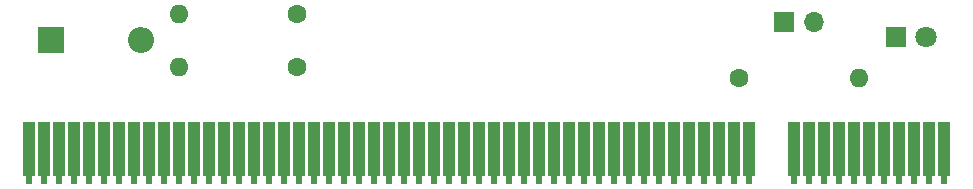
<source format=gbr>
%TF.GenerationSoftware,KiCad,Pcbnew,7.0.10*%
%TF.CreationDate,2024-01-09T10:53:44-06:00*%
%TF.ProjectId,PCI_Blaster,5043495f-426c-4617-9374-65722e6b6963,rev?*%
%TF.SameCoordinates,Original*%
%TF.FileFunction,Soldermask,Bot*%
%TF.FilePolarity,Negative*%
%FSLAX46Y46*%
G04 Gerber Fmt 4.6, Leading zero omitted, Abs format (unit mm)*
G04 Created by KiCad (PCBNEW 7.0.10) date 2024-01-09 10:53:44*
%MOMM*%
%LPD*%
G01*
G04 APERTURE LIST*
%ADD10R,1.020000X4.570000*%
%ADD11R,0.510000X0.760000*%
%ADD12R,1.800000X1.800000*%
%ADD13C,1.800000*%
%ADD14C,1.600000*%
%ADD15O,1.600000X1.600000*%
%ADD16R,2.200000X2.200000*%
%ADD17O,2.200000X2.200000*%
%ADD18R,1.700000X1.700000*%
%ADD19O,1.700000X1.700000*%
G04 APERTURE END LIST*
D10*
%TO.C,J1*%
X115365000Y-108730000D03*
D11*
X115365000Y-111390000D03*
D10*
X116635000Y-108730000D03*
D11*
X116635000Y-111390000D03*
D10*
X117895000Y-108730000D03*
D11*
X117895000Y-111390000D03*
D10*
X119175000Y-108730000D03*
D11*
X119175000Y-111390000D03*
D10*
X120445000Y-108730000D03*
D11*
X120445000Y-111390000D03*
D10*
X121715000Y-108730000D03*
D11*
X121715000Y-111390000D03*
D10*
X122985000Y-108730000D03*
D11*
X122985000Y-111390000D03*
D10*
X124255000Y-108730000D03*
D11*
X124255000Y-111390000D03*
D10*
X125525000Y-108730000D03*
D11*
X125525000Y-111390000D03*
D10*
X126795000Y-108730000D03*
D11*
X126795000Y-111390000D03*
D10*
X128065000Y-108730000D03*
D11*
X128065000Y-111390000D03*
D10*
X129325000Y-108730000D03*
D11*
X129325000Y-111390000D03*
D10*
X130605000Y-108730000D03*
D11*
X130605000Y-111390000D03*
D10*
X131875000Y-108730000D03*
D11*
X131875000Y-111390000D03*
D10*
X133145000Y-108730000D03*
D11*
X133145000Y-111390000D03*
D10*
X134415000Y-108730000D03*
D11*
X134415000Y-111390000D03*
D10*
X135685000Y-108730000D03*
D11*
X135685000Y-111390000D03*
D10*
X136955000Y-108730000D03*
D11*
X136955000Y-111390000D03*
D10*
X138215000Y-108730000D03*
D11*
X138215000Y-111390000D03*
D10*
X139495000Y-108730000D03*
D11*
X139495000Y-111390000D03*
D10*
X140755000Y-108730000D03*
D11*
X140755000Y-111390000D03*
D10*
X142035000Y-108730000D03*
D11*
X142035000Y-111390000D03*
D10*
X143305000Y-108730000D03*
D11*
X143305000Y-111390000D03*
D10*
X144575000Y-108730000D03*
D11*
X144575000Y-111390000D03*
D10*
X145845000Y-108730000D03*
D11*
X145845000Y-111390000D03*
D10*
X147115000Y-108730000D03*
D11*
X147115000Y-111390000D03*
D10*
X148385000Y-108730000D03*
D11*
X148385000Y-111390000D03*
D10*
X149655000Y-108730000D03*
D11*
X149655000Y-111390000D03*
D10*
X150925000Y-108730000D03*
D11*
X150925000Y-111390000D03*
D10*
X152195000Y-108730000D03*
D11*
X152195000Y-111390000D03*
D10*
X153465000Y-108730000D03*
D11*
X153465000Y-111390000D03*
D10*
X154735000Y-108730000D03*
D11*
X154735000Y-111390000D03*
D10*
X156005000Y-108730000D03*
D11*
X156005000Y-111390000D03*
D10*
X157275000Y-108730000D03*
D11*
X157275000Y-111390000D03*
D10*
X158545000Y-108730000D03*
D11*
X158545000Y-111390000D03*
D10*
X159815000Y-108730000D03*
D11*
X159815000Y-111390000D03*
D10*
X161085000Y-108730000D03*
D11*
X161085000Y-111390000D03*
D10*
X162355000Y-108730000D03*
D11*
X162355000Y-111390000D03*
D10*
X163625000Y-108730000D03*
D11*
X163625000Y-111390000D03*
D10*
X164895000Y-108730000D03*
D11*
X164895000Y-111390000D03*
D10*
X166165000Y-108730000D03*
D11*
X166165000Y-111390000D03*
D10*
X167435000Y-108730000D03*
D11*
X167435000Y-111390000D03*
D10*
X168705000Y-108730000D03*
D11*
X168705000Y-111390000D03*
D10*
X169975000Y-108730000D03*
D11*
X169975000Y-111390000D03*
D10*
X171245000Y-108730000D03*
D11*
X171245000Y-111390000D03*
D10*
X172515000Y-108730000D03*
D11*
X172515000Y-111390000D03*
D10*
X173785000Y-108730000D03*
D11*
X173785000Y-111390000D03*
D10*
X175055000Y-108730000D03*
D11*
X175055000Y-111390000D03*
D10*
X176325000Y-108730000D03*
D11*
X176325000Y-111390000D03*
D10*
X180135000Y-108730000D03*
D11*
X180135000Y-111390000D03*
D10*
X181405000Y-108730000D03*
D11*
X181405000Y-111390000D03*
D10*
X182675000Y-108730000D03*
D11*
X182675000Y-111390000D03*
D10*
X183945000Y-108730000D03*
D11*
X183945000Y-111390000D03*
D10*
X185215000Y-108730000D03*
D11*
X185215000Y-111390000D03*
D10*
X186485000Y-108730000D03*
D11*
X186485000Y-111390000D03*
D10*
X187755000Y-108730000D03*
D11*
X187755000Y-111390000D03*
D10*
X189025000Y-108730000D03*
D11*
X189025000Y-111390000D03*
D10*
X190295000Y-108730000D03*
D11*
X190295000Y-111390000D03*
D10*
X191565000Y-108730000D03*
D11*
X191565000Y-111390000D03*
D10*
X192825000Y-108730000D03*
D11*
X192825000Y-111390000D03*
%TD*%
D12*
%TO.C,LED1*%
X188725000Y-99250000D03*
D13*
X191265000Y-99250000D03*
%TD*%
D14*
%TO.C,R1*%
X175500000Y-102750000D03*
D15*
X185660000Y-102750000D03*
%TD*%
D14*
%TO.C,C1*%
X138050000Y-101800000D03*
D15*
X128050000Y-101800000D03*
%TD*%
D16*
%TO.C,D1*%
X117190000Y-99500000D03*
D17*
X124810000Y-99500000D03*
%TD*%
D14*
%TO.C,C2*%
X138050000Y-97300000D03*
D15*
X128050000Y-97300000D03*
%TD*%
D18*
%TO.C,JP1*%
X179250000Y-98000000D03*
D19*
X181790000Y-98000000D03*
%TD*%
M02*

</source>
